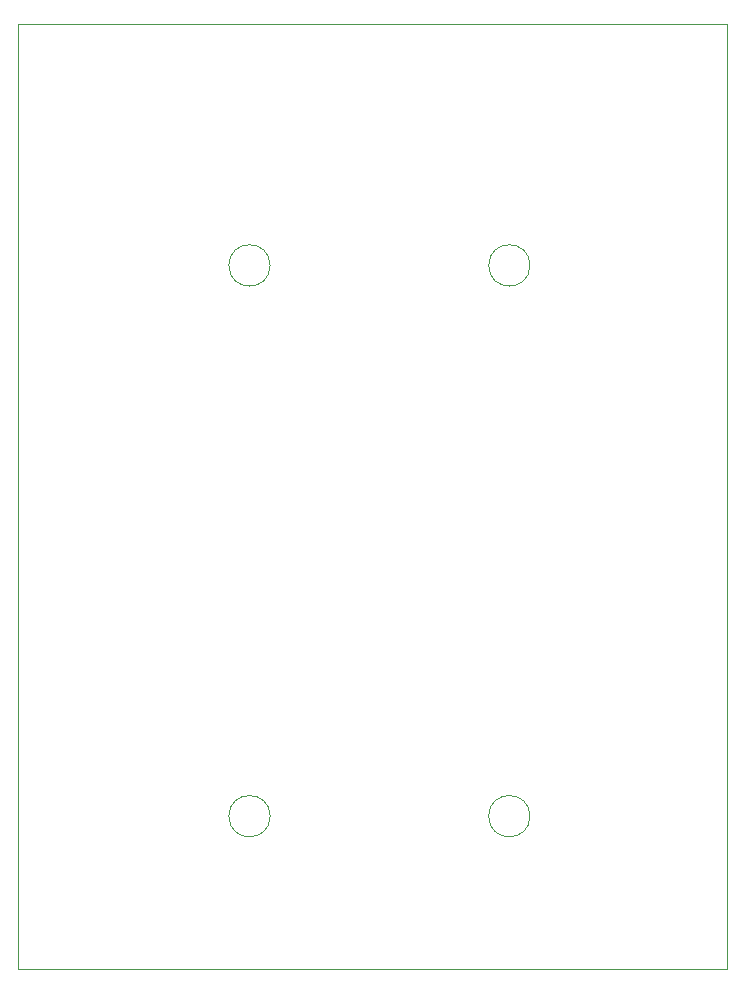
<source format=gbr>
%TF.GenerationSoftware,KiCad,Pcbnew,9.0.5*%
%TF.CreationDate,2026-01-23T06:55:33+10:00*%
%TF.ProjectId,OZ-HORNET-POWER-DIST,4f5a2d48-4f52-44e4-9554-2d504f574552,rev?*%
%TF.SameCoordinates,Original*%
%TF.FileFunction,Profile,NP*%
%FSLAX46Y46*%
G04 Gerber Fmt 4.6, Leading zero omitted, Abs format (unit mm)*
G04 Created by KiCad (PCBNEW 9.0.5) date 2026-01-23 06:55:33*
%MOMM*%
%LPD*%
G01*
G04 APERTURE LIST*
%TA.AperFunction,Profile*%
%ADD10C,0.050000*%
%TD*%
G04 APERTURE END LIST*
D10*
X103750000Y-57000000D02*
G75*
G02*
X100250000Y-57000000I-1750000J0D01*
G01*
X100250000Y-57000000D02*
G75*
G02*
X103750000Y-57000000I1750000J0D01*
G01*
X81750000Y-57000000D02*
G75*
G02*
X78250000Y-57000000I-1750000J0D01*
G01*
X78250000Y-57000000D02*
G75*
G02*
X81750000Y-57000000I1750000J0D01*
G01*
X81750000Y-103632000D02*
G75*
G02*
X78250000Y-103632000I-1750000J0D01*
G01*
X78250000Y-103632000D02*
G75*
G02*
X81750000Y-103632000I1750000J0D01*
G01*
X103750000Y-103632000D02*
G75*
G02*
X100250000Y-103632000I-1750000J0D01*
G01*
X100250000Y-103632000D02*
G75*
G02*
X103750000Y-103632000I1750000J0D01*
G01*
X60404000Y-36576000D02*
X120404000Y-36576000D01*
X120404000Y-116576000D01*
X60404000Y-116576000D01*
X60404000Y-36576000D01*
M02*

</source>
